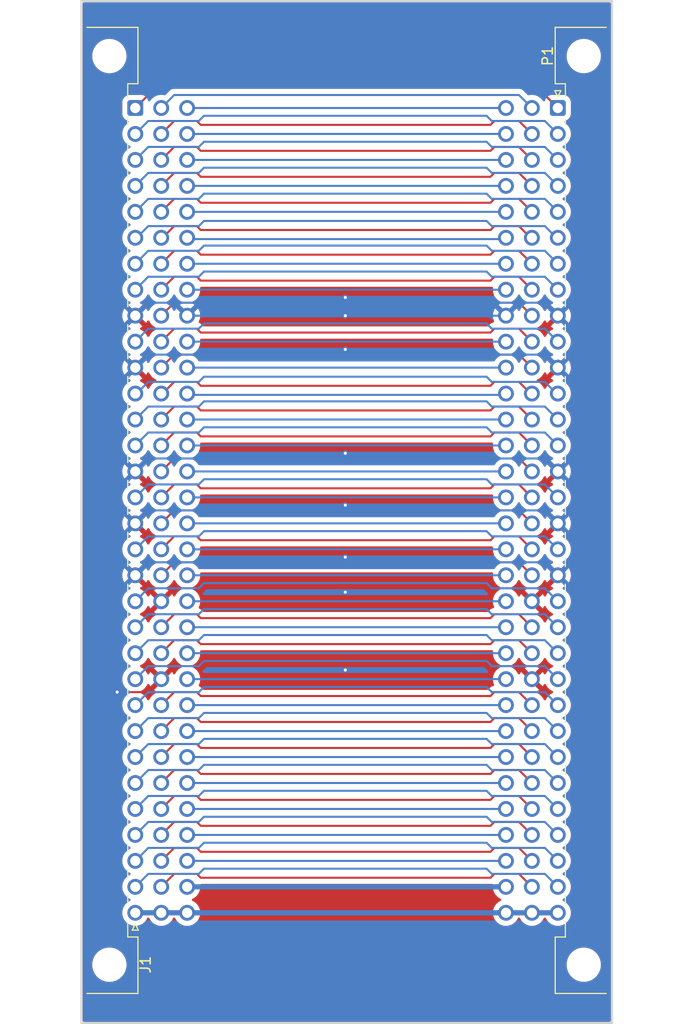
<source format=kicad_pcb>
(kicad_pcb (version 20240108) (generator "pcbnew") (generator_version "8.0")
  (layers (0 "F.Cu" signal) (31 "B.Cu" signal) (34 "B.Paste" user) (35 "F.Paste" user) (36 "B.SilkS" user "B.Silkscreen") (37 "F.SilkS" user "F.Silkscreen") (38 "B.Mask" user) (39 "F.Mask" user) (44 "Edge.Cuts" user))
  (net 0 "")
  (net 1 "GND")
  (net 2 "D5")
  (net 3 "AM0")
  (net 4 "~{AS}")
  (net 5 "~{BG0OUT}")
  (net 6 "~{DTACK}")
  (net 7 "A19")
  (net 8 "~{BR1}")
  (net 9 "SYSCLK")
  (net 10 "D3")
  (net 11 "~{IRQ7}")
  (net 12 "D6")
  (net 13 "A2")
  (net 14 "A20")
  (net 15 "D7")
  (net 16 "~{IACKIN}")
  (net 17 "A10")
  (net 18 "~{SYSFAIL}")
  (net 19 "+12V")
  (net 20 "D4")
  (net 21 "~{BR2}")
  (net 22 "~{ACFAIL}")
  (net 23 "~{DS0}")
  (net 24 "+5V")
  (net 25 "SERCLK")
  (net 26 "A17")
  (net 27 "A14")
  (net 28 "A3")
  (net 29 "A8")
  (net 30 "+5VStdby")
  (net 31 "A7")
  (net 32 "AM2")
  (net 33 "D11")
  (net 34 "~{IRQ2}")
  (net 35 "D10")
  (net 36 "~{BG2IN}")
  (net 37 "A18")
  (net 38 "~{SYSRESET}")
  (net 39 "A22")
  (net 40 "~{DS1}")
  (net 41 "~{BBSY}")
  (net 42 "A5")
  (net 43 "~{IACK}")
  (net 44 "~{IRQ6}")
  (net 45 "A1")
  (net 46 "A16")
  (net 47 "~{BG1OUT}")
  (net 48 "D8")
  (net 49 "SERDAT")
  (net 50 "~{LWORD}")
  (net 51 "D15")
  (net 52 "~{BG3IN}")
  (net 53 "~{BG1IN}")
  (net 54 "D9")
  (net 55 "~{BG2OUT}")
  (net 56 "~{IRQ4}")
  (net 57 "D1")
  (net 58 "D12")
  (net 59 "AM5")
  (net 60 "~{IRQ5}")
  (net 61 "AM1")
  (net 62 "~{BERR}")
  (net 63 "A11")
  (net 64 "A13")
  (net 65 "~{IRQ1}")
  (net 66 "~{IRQ3}")
  (net 67 "A21")
  (net 68 "A12")
  (net 69 "~{BG3OUT}")
  (net 70 "D13")
  (net 71 "~{WRITE}")
  (net 72 "A23")
  (net 73 "~{BG0IN}")
  (net 74 "-12V")
  (net 75 "D14")
  (net 76 "AM3")
  (net 77 "D2")
  (net 78 "~{BR0}")
  (net 79 "A15")
  (net 80 "~{IACKOUT}")
  (net 81 "AM4")
  (net 82 "~{BR3}")
  (net 83 "~{BCLR}")
  (net 84 "A4")
  (net 85 "D0")
  (net 86 "A9")
  (net 87 "A6")
  (footprint "Computie_Connectors:DIN41612_R_3x32_Reverse_Female_Horizontal_THT" (layer "F.Cu") (at 49.53 114.3 90)
    (property "Reference" "J1")
    (property "Value" "VME64-J1-3R")
  )
  (footprint "Connector_DIN:DIN41612_C_3x32_Male_Horizontal_THT" (layer "F.Cu") (at 90.926 35.56 -90)
    (property "Reference" "P1")
    (property "Value" "VME64-P1-3R")
  )
  (gr_rect (start 44.25 25.095) (end 96.25 125.095) (stroke (width 0.2)) (fill none) (layer "Edge.Cuts"))
  (segment (start 52.07 83.82) (end 53.34 82.55) (width 0.2) (layer "F.Cu") (net 1))
  (segment (start 55.94164 90.551) (end 70.104 90.551) (width 0.2) (layer "F.Cu") (net 1))
  (segment (start 84.709 82.55) (end 87.116 82.55) (width 0.2) (layer "F.Cu") (net 1))
  (segment (start 55.56064 90.17) (end 55.94164 90.551) (width 0.2) (layer "F.Cu") (net 1))
  (segment (start 53.34 82.55) (end 55.56064 82.55) (width 0.2) (layer "F.Cu") (net 1))
  (segment (start 84.328 82.931) (end 84.709 82.55) (width 0.2) (layer "F.Cu") (net 1))
  (segment (start 50.8 92.71) (end 47.752 92.71) (width 0.2) (layer "F.Cu") (net 1))
  (segment (start 84.328 90.551) (end 84.709 90.17) (width 0.2) (layer "F.Cu") (net 1))
  (segment (start 52.07 91.44) (end 53.34 90.17) (width 0.2) (layer "F.Cu") (net 1))
  (segment (start 53.34 90.17) (end 55.56064 90.17) (width 0.2) (layer "F.Cu") (net 1))
  (segment (start 87.116 90.17) (end 88.386 91.44) (width 0.2) (layer "F.Cu") (net 1))
  (segment (start 52.07 91.44) (end 50.8 92.71) (width 0.2) (layer "F.Cu") (net 1))
  (segment (start 55.94164 82.931) (end 70.104 82.931) (width 0.2) (layer "F.Cu") (net 1))
  (segment (start 70.104 82.931) (end 84.328 82.931) (width 0.2) (layer "F.Cu") (net 1))
  (segment (start 55.56064 82.55) (end 55.94164 82.931) (width 0.2) (layer "F.Cu") (net 1))
  (segment (start 70.104 90.551) (end 84.328 90.551) (width 0.2) (layer "F.Cu") (net 1))
  (segment (start 87.116 82.55) (end 88.386 83.82) (width 0.2) (layer "F.Cu") (net 1))
  (segment (start 84.709 90.17) (end 87.116 90.17) (width 0.2) (layer "F.Cu") (net 1))
  (via (at 47.752 92.71) (size 0.6) (drill 0.3) (layers "F.Cu" "B.Cu") (net 1))
  (via (at 70.104 90.551) (size 0.6) (drill 0.3) (layers "F.Cu" "B.Cu") (net 1))
  (via (at 70.104 54.102) (size 0.6) (drill 0.3) (layers "F.Cu" "B.Cu") (net 1))
  (via (at 70.104 69.342) (size 0.6) (drill 0.3) (layers "F.Cu" "B.Cu") (net 1))
  (via (at 70.104 82.931) (size 0.6) (drill 0.3) (layers "F.Cu" "B.Cu") (net 1))
  (via (at 70.104 55.88) (size 0.6) (drill 0.3) (layers "F.Cu" "B.Cu") (net 1))
  (via (at 70.104 79.502) (size 0.6) (drill 0.3) (layers "F.Cu" "B.Cu") (net 1))
  (via (at 70.104 74.422) (size 0.6) (drill 0.3) (layers "F.Cu" "B.Cu") (net 1))
  (via (at 70.104 59.182) (size 0.6) (drill 0.3) (layers "F.Cu" "B.Cu") (net 1))
  (segment (start 55.753 54.61) (end 56.261 54.102) (width 0.2) (layer "B.Cu") (net 1))
  (segment (start 50.8 74.93) (end 55.753 74.93) (width 0.2) (layer "B.Cu") (net 1))
  (segment (start 84.455 80.01) (end 89.656 80.01) (width 0.2) (layer "B.Cu") (net 1))
  (segment (start 84.455 59.69) (end 89.656 59.69) (width 0.2) (layer "B.Cu") (net 1))
  (segment (start 54.61 55.88) (end 70.104 55.88) (width 0.2) (layer "B.Cu") (net 1))
  (segment (start 89.656 59.69) (end 90.926 60.96) (width 0.2) (layer "B.Cu") (net 1))
  (segment (start 55.753 69.85) (end 56.261 69.342) (width 0.2) (layer "B.Cu") (net 1))
  (segment (start 70.104 54.102) (end 83.947 54.102) (width 0.2) (layer "B.Cu") (net 1))
  (segment (start 49.53 55.88) (end 50.8 54.61) (width 0.2) (layer "B.Cu") (net 1))
  (segment (start 83.947 69.342) (end 84.455 69.85) (width 0.2) (layer "B.Cu") (net 1))
  (segment (start 56.261 59.182) (end 70.104 59.182) (width 0.2) (layer "B.Cu") (net 1))
  (segment (start 70.104 74.422) (end 83.947 74.422) (width 0.2) (layer "B.Cu") (net 1))
  (segment (start 50.8 54.61) (end 55.753 54.61) (width 0.2) (layer "B.Cu") (net 1))
  (segment (start 49.53 60.96) (end 50.8 59.69) (width 0.2) (layer "B.Cu") (net 1))
  (segment (start 83.947 74.422) (end 84.455 74.93) (width 0.2) (layer "B.Cu") (net 1))
  (segment (start 84.455 69.85) (end 89.656 69.85) (width 0.2) (layer "B.Cu") (net 1))
  (segment (start 55.753 80.01) (end 56.261 79.502) (width 0.2) (layer "B.Cu") (net 1))
  (segment (start 50.8 80.01) (end 55.753 80.01) (width 0.2) (layer "B.Cu") (net 1))
  (segment (start 49.53 81.28) (end 50.8 80.01) (width 0.2) (layer "B.Cu") (net 1))
  (segment (start 70.104 79.502) (end 83.947 79.502) (width 0.2) (layer "B.Cu") (net 1))
  (segment (start 89.656 74.93) (end 90.926 76.2) (width 0.2) (layer "B.Cu") (net 1))
  (segment (start 83.947 54.102) (end 84.455 54.61) (width 0.2) (layer "B.Cu") (net 1))
  (segment (start 84.455 54.61) (end 89.656 54.61) (width 0.2) (layer "B.Cu") (net 1))
  (segment (start 70.104 59.182) (end 83.947 59.182) (width 0.2) (layer "B.Cu") (net 1))
  (segment (start 56.261 54.102) (end 70.104 54.102) (width 0.2) (layer "B.Cu") (net 1))
  (segment (start 69.977 69.342) (end 70.104 69.215) (width 0.2) (layer "B.Cu") (net 1))
  (segment (start 83.947 59.182) (end 84.455 59.69) (width 0.2) (layer "B.Cu") (net 1))
  (segment (start 89.656 80.01) (end 90.926 81.28) (width 0.2) (layer "B.Cu") (net 1))
  (segment (start 49.53 76.2) (end 50.8 74.93) (width 0.2) (layer "B.Cu") (net 1))
  (segment (start 89.656 54.61) (end 90.926 55.88) (width 0.2) (layer "B.Cu") (net 1))
  (segment (start 56.261 74.422) (end 70.104 74.422) (width 0.2) (layer "B.Cu") (net 1))
  (segment (start 56.261 69.342) (end 69.977 69.342) (width 0.2) (layer "B.Cu") (net 1))
  (segment (start 89.656 69.85) (end 90.926 71.12) (width 0.2) (layer "B.Cu") (net 1))
  (segment (start 55.753 74.93) (end 56.261 74.422) (width 0.2) (layer "B.Cu") (net 1))
  (segment (start 70.231 69.342) (end 83.947 69.342) (width 0.2) (layer "B.Cu") (net 1))
  (segment (start 55.753 59.69) (end 56.261 59.182) (width 0.2) (layer "B.Cu") (net 1))
  (segment (start 56.261 79.502) (end 70.104 79.502) (width 0.2) (layer "B.Cu") (net 1))
  (segment (start 50.8 59.69) (end 55.753 59.69) (width 0.2) (layer "B.Cu") (net 1))
  (segment (start 70.104 55.88) (end 85.846 55.88) (width 0.2) (layer "B.Cu") (net 1))
  (segment (start 49.53 71.12) (end 50.8 69.85) (width 0.2) (layer "B.Cu") (net 1))
  (segment (start 83.947 79.502) (end 84.455 80.01) (width 0.2) (layer "B.Cu") (net 1))
  (segment (start 84.455 74.93) (end 89.656 74.93) (width 0.2) (layer "B.Cu") (net 1))
  (segment (start 70.104 69.215) (end 70.231 69.342) (width 0.2) (layer "B.Cu") (net 1))
  (segment (start 50.8 69.85) (end 55.753 69.85) (width 0.2) (layer "B.Cu") (net 1))
  (segment (start 89.656 47.117) (end 90.926 48.387) (width 0.2) (layer "B.Cu") (net 2))
  (segment (start 50.8 47.117) (end 55.753 47.117) (width 0.2) (layer "B.Cu") (net 2))
  (segment (start 56.261 46.609) (end 83.947 46.609) (width 0.2) (layer "B.Cu") (net 2))
  (segment (start 83.947 46.609) (end 84.455 47.117) (width 0.2) (layer "B.Cu") (net 2))
  (segment (start 84.455 47.117) (end 89.656 47.117) (width 0.2) (layer "B.Cu") (net 2))
  (segment (start 49.53 48.387) (end 50.8 47.117) (width 0.2) (layer "B.Cu") (net 2))
  (segment (start 55.753 47.117) (end 56.261 46.609) (width 0.2) (layer "B.Cu") (net 2))
  (segment (start 84.328 72.771) (end 84.709 72.39) (width 0.2) (layer "F.Cu") (net 3))
  (segment (start 84.709 72.39) (end 87.116 72.39) (width 0.2) (layer "F.Cu") (net 3))
  (segment (start 55.94164 72.771) (end 84.328 72.771) (width 0.2) (layer "F.Cu") (net 3))
  (segment (start 55.56064 72.39) (end 55.94164 72.771) (width 0.2) (layer "F.Cu") (net 3))
  (segment (start 87.116 72.39) (end 88.386 73.66) (width 0.2) (layer "F.Cu") (net 3))
  (segment (start 52.07 73.66) (end 53.34 72.39) (width 0.2) (layer "F.Cu") (net 3))
  (segment (start 53.34 72.39) (end 55.56064 72.39) (width 0.2) (layer "F.Cu") (net 3))
  (segment (start 89.656 77.47) (end 90.926 78.74) (width 0.2) (layer "B.Cu") (net 4))
  (segment (start 49.53 78.74) (end 50.8 77.47) (width 0.2) (layer "B.Cu") (net 4))
  (segment (start 50.8 77.47) (end 55.753 77.47) (width 0.2) (layer "B.Cu") (net 4))
  (segment (start 84.455 77.47) (end 89.656 77.47) (width 0.2) (layer "B.Cu") (net 4))
  (segment (start 56.261 76.962) (end 83.947 76.962) (width 0.2) (layer "B.Cu") (net 4))
  (segment (start 55.753 77.47) (end 56.261 76.962) (width 0.2) (layer "B.Cu") (net 4))
  (segment (start 83.947 76.962) (end 84.455 77.47) (width 0.2) (layer "B.Cu") (net 4))
  (segment (start 84.709 44.45) (end 87.116 44.45) (width 0.2) (layer "F.Cu") (net 5))
  (segment (start 52.07 45.72) (end 53.34 44.45) (width 0.2) (layer "F.Cu") (net 5))
  (segment (start 55.56064 44.45) (end 55.94164 44.831) (width 0.2) (layer "F.Cu") (net 5))
  (segment (start 53.34 44.45) (end 55.56064 44.45) (width 0.2) (layer "F.Cu") (net 5))
  (segment (start 55.94164 44.831) (end 84.328 44.831) (width 0.2) (layer "F.Cu") (net 5))
  (segment (start 84.328 44.831) (end 84.709 44.45) (width 0.2) (layer "F.Cu") (net 5))
  (segment (start 87.116 44.45) (end 88.386 45.72) (width 0.2) (layer "F.Cu") (net 5))
  (segment (start 89.656 72.39) (end 90.926 73.66) (width 0.2) (layer "B.Cu") (net 6))
  (segment (start 83.947 71.882) (end 84.455 72.39) (width 0.2) (layer "B.Cu") (net 6))
  (segment (start 84.455 72.39) (end 89.656 72.39) (width 0.2) (layer "B.Cu") (net 6))
  (segment (start 55.753 72.39) (end 56.261 71.882) (width 0.2) (layer "B.Cu") (net 6))
  (segment (start 49.53 73.66) (end 50.8 72.39) (width 0.2) (layer "B.Cu") (net 6))
  (segment (start 50.8 72.39) (end 55.753 72.39) (width 0.2) (layer "B.Cu") (net 6))
  (segment (start 56.261 71.882) (end 83.947 71.882) (width 0.2) (layer "B.Cu") (net 6))
  (segment (start 54.61 81.28) (end 85.846 81.28) (width 0.2) (layer "B.Cu") (net 7))
  (segment (start 55.56064 64.77) (end 55.94164 65.151) (width 0.2) (layer "F.Cu") (net 8))
  (segment (start 84.328 65.151) (end 84.709 64.77) (width 0.2) (layer "F.Cu") (net 8))
  (segment (start 84.709 64.77) (end 87.116 64.77) (width 0.2) (layer "F.Cu") (net 8))
  (segment (start 55.94164 65.151) (end 84.328 65.151) (width 0.2) (layer "F.Cu") (net 8))
  (segment (start 52.07 66.04) (end 53.34 64.77) (width 0.2) (layer "F.Cu") (net 8))
  (segment (start 87.116 64.77) (end 88.386 66.04) (width 0.2) (layer "F.Cu") (net 8))
  (segment (start 53.34 64.77) (end 55.56064 64.77) (width 0.2) (layer "F.Cu") (net 8))
  (segment (start 83.947 56.642) (end 84.455 57.15) (width 0.2) (layer "B.Cu") (net 9))
  (segment (start 89.656 57.15) (end 90.926 58.42) (width 0.2) (layer "B.Cu") (net 9))
  (segment (start 56.261 56.642) (end 83.947 56.642) (width 0.2) (layer "B.Cu") (net 9))
  (segment (start 84.455 57.15) (end 89.656 57.15) (width 0.2) (layer "B.Cu") (net 9))
  (segment (start 50.8 57.15) (end 55.753 57.15) (width 0.2) (layer "B.Cu") (net 9))
  (segment (start 49.53 58.42) (end 50.8 57.15) (width 0.2) (layer "B.Cu") (net 9))
  (segment (start 55.753 57.15) (end 56.261 56.642) (width 0.2) (layer "B.Cu") (net 9))
  (segment (start 56.261 41.402) (end 83.947 41.402) (width 0.2) (layer "B.Cu") (net 10))
  (segment (start 83.947 41.402) (end 84.455 41.91) (width 0.2) (layer "B.Cu") (net 10))
  (segment (start 89.656 41.91) (end 90.926 43.18) (width 0.2) (layer "B.Cu") (net 10))
  (segment (start 55.753 41.91) (end 56.261 41.402) (width 0.2) (layer "B.Cu") (net 10))
  (segment (start 84.455 41.91) (end 89.656 41.91) (width 0.2) (layer "B.Cu") (net 10))
  (segment (start 50.8 41.91) (end 55.753 41.91) (width 0.2) (layer "B.Cu") (net 10))
  (segment (start 49.53 43.18) (end 50.8 41.91) (width 0.2) (layer "B.Cu") (net 10))
  (segment (start 87.116 92.71) (end 88.386 93.98) (width 0.2) (layer "F.Cu") (net 11))
  (segment (start 52.07 93.98) (end 53.34 92.71) (width 0.2) (layer "F.Cu") (net 11))
  (segment (start 55.94164 93.091) (end 84.328 93.091) (width 0.2) (layer "F.Cu") (net 11))
  (segment (start 84.328 93.091) (end 84.709 92.71) (width 0.2) (layer "F.Cu") (net 11))
  (segment (start 53.34 92.71) (end 55.56064 92.71) (width 0.2) (layer "F.Cu") (net 11))
  (segment (start 84.709 92.71) (end 87.116 92.71) (width 0.2) (layer "F.Cu") (net 11))
  (segment (start 55.56064 92.71) (end 55.94164 93.091) (width 0.2) (layer "F.Cu") (net 11))
  (segment (start 83.947 49.022) (end 84.455 49.53) (width 0.2) (layer "B.Cu") (net 12))
  (segment (start 55.753 49.53) (end 56.261 49.022) (width 0.2) (layer "B.Cu") (net 12))
  (segment (start 49.53 50.8) (end 50.8 49.53) (width 0.2) (layer "B.Cu") (net 12))
  (segment (start 50.8 49.53) (end 55.753 49.53) (width 0.2) (layer "B.Cu") (net 12))
  (segment (start 84.455 49.53) (end 89.656 49.53) (width 0.2) (layer "B.Cu") (net 12))
  (segment (start 56.261 49.022) (end 83.947 49.022) (width 0.2) (layer "B.Cu") (net 12))
  (segment (start 89.656 49.53) (end 90.926 50.8) (width 0.2) (layer "B.Cu") (net 12))
  (segment (start 49.53 106.68) (end 50.8 105.41) (width 0.2) (layer "B.Cu") (net 13))
  (segment (start 55.753 105.41) (end 56.261 104.902) (width 0.2) (layer "B.Cu") (net 13))
  (segment (start 84.455 105.41) (end 89.656 105.41) (width 0.2) (layer "B.Cu") (net 13))
  (segment (start 89.656 105.41) (end 90.926 106.68) (width 0.2) (layer "B.Cu") (net 13))
  (segment (start 83.947 104.902) (end 84.455 105.41) (width 0.2) (layer "B.Cu") (net 13))
  (segment (start 56.261 104.902) (end 83.947 104.902) (width 0.2) (layer "B.Cu") (net 13))
  (segment (start 50.8 105.41) (end 55.753 105.41) (width 0.2) (layer "B.Cu") (net 13))
  (segment (start 54.61 78.74) (end 85.846 78.74) (width 0.2) (layer "B.Cu") (net 14))
  (segment (start 83.947 51.562) (end 84.455 52.07) (width 0.2) (layer "B.Cu") (net 15))
  (segment (start 56.261 51.562) (end 83.947 51.562) (width 0.2) (layer "B.Cu") (net 15))
  (segment (start 50.8 52.07) (end 55.753 52.07) (width 0.2) (layer "B.Cu") (net 15))
  (segment (start 84.455 52.07) (end 89.656 52.07) (width 0.2) (layer "B.Cu") (net 15))
  (segment (start 89.656 52.07) (end 90.926 53.34) (width 0.2) (layer "B.Cu") (net 15))
  (segment (start 55.753 52.07) (end 56.261 51.562) (width 0.2) (layer "B.Cu") (net 15))
  (segment (start 49.53 53.34) (end 50.8 52.07) (width 0.2) (layer "B.Cu") (net 15))
  (segment (start 55.753 85.09) (end 56.261 84.582) (width 0.2) (layer "B.Cu") (net 16))
  (segment (start 56.261 84.582) (end 83.947 84.582) (width 0.2) (layer "B.Cu") (net 16))
  (segment (start 50.8 85.09) (end 55.753 85.09) (width 0.2) (layer "B.Cu") (net 16))
  (segment (start 84.455 85.09) (end 89.656 85.09) (width 0.2) (layer "B.Cu") (net 16))
  (segment (start 83.947 84.582) (end 84.455 85.09) (width 0.2) (layer "B.Cu") (net 16))
  (segment (start 49.53 86.36) (end 50.8 85.09) (width 0.2) (layer "B.Cu") (net 16))
  (segment (start 89.656 85.09) (end 90.926 86.36) (width 0.2) (layer "B.Cu") (net 16))
  (segment (start 54.61 104.14) (end 85.846 104.14) (width 0.2) (layer "B.Cu") (net 17))
  (segment (start 54.61 58.42) (end 85.846 58.42) (width 0.2) (layer "B.Cu") (net 18))
  (segment (start 54.61 111.76) (end 85.846 111.76) (width 0.512) (layer "B.Cu") (net 19))
  (segment (start 55.753 44.45) (end 56.261 43.942) (width 0.2) (layer "B.Cu") (net 20))
  (segment (start 49.53 45.72) (end 50.8 44.45) (width 0.2) (layer "B.Cu") (net 20))
  (segment (start 50.8 44.45) (end 55.753 44.45) (width 0.2) (layer "B.Cu") (net 20))
  (segment (start 83.947 43.942) (end 84.455 44.45) (width 0.2) (layer "B.Cu") (net 20))
  (segment (start 84.455 44.45) (end 89.656 44.45) (width 0.2) (layer "B.Cu") (net 20))
  (segment (start 56.261 43.942) (end 83.947 43.942) (width 0.2) (layer "B.Cu") (net 20))
  (segment (start 89.656 44.45) (end 90.926 45.72) (width 0.2) (layer "B.Cu") (net 20))
  (segment (start 84.709 67.31) (end 87.116 67.31) (width 0.2) (layer "F.Cu") (net 21))
  (segment (start 55.56064 67.31) (end 55.94164 67.691) (width 0.2) (layer "F.Cu") (net 21))
  (segment (start 84.328 67.691) (end 84.709 67.31) (width 0.2) (layer "F.Cu") (net 21))
  (segment (start 52.07 68.58) (end 53.34 67.31) (width 0.2) (layer "F.Cu") (net 21))
  (segment (start 55.94164 67.691) (end 84.328 67.691) (width 0.2) (layer "F.Cu") (net 21))
  (segment (start 87.116 67.31) (end 88.386 68.58) (width 0.2) (layer "F.Cu") (net 21))
  (segment (start 53.34 67.31) (end 55.56064 67.31) (width 0.2) (layer "F.Cu") (net 21))
  (segment (start 53.34 39.37) (end 55.56064 39.37) (width 0.2) (layer "F.Cu") (net 22))
  (segment (start 84.328 39.751) (end 84.709 39.37) (width 0.2) (layer "F.Cu") (net 22))
  (segment (start 55.56064 39.37) (end 55.94164 39.751) (width 0.2) (layer "F.Cu") (net 22))
  (segment (start 55.94164 39.751) (end 84.328 39.751) (width 0.2) (layer "F.Cu") (net 22))
  (segment (start 52.07 40.64) (end 53.34 39.37) (width 0.2) (layer "F.Cu") (net 22))
  (segment (start 84.709 39.37) (end 87.116 39.37) (width 0.2) (layer "F.Cu") (net 22))
  (segment (start 87.116 39.37) (end 88.386 40.64) (width 0.2) (layer "F.Cu") (net 22))
  (segment (start 84.455 64.77) (end 89.656 64.77) (width 0.2) (layer "B.Cu") (net 23))
  (segment (start 56.261 64.262) (end 83.947 64.262) (width 0.2) (layer "B.Cu") (net 23))
  (segment (start 89.656 64.77) (end 90.926 66.04) (width 0.2) (layer "B.Cu") (net 23))
  (segment (start 83.947 64.262) (end 84.455 64.77) (width 0.2) (layer "B.Cu") (net 23))
  (segment (start 50.8 64.77) (end 55.753 64.77) (width 0.2) (layer "B.Cu") (net 23))
  (segment (start 55.753 64.77) (end 56.261 64.262) (width 0.2) (layer "B.Cu") (net 23))
  (segment (start 49.53 66.04) (end 50.8 64.77) (width 0.2) (layer "B.Cu") (net 23))
  (segment (start 52.07 114.3) (end 54.61 114.3) (width 0.512) (layer "B.Cu") (net 24))
  (segment (start 85.846 114.3) (end 88.386 114.3) (width 0.512) (layer "B.Cu") (net 24))
  (segment (start 88.386 114.3) (end 90.926 114.3) (width 0.512) (layer "B.Cu") (net 24))
  (segment (start 54.61 114.3) (end 85.846 114.3) (width 0.512) (layer "B.Cu") (net 24))
  (segment (start 49.53 114.3) (end 52.07 114.3) (width 0.512) (layer "B.Cu") (net 24))
  (segment (start 53.34 85.09) (end 55.56064 85.09) (width 0.2) (layer "F.Cu") (net 25))
  (segment (start 87.116 85.09) (end 88.386 86.36) (width 0.2) (layer "F.Cu") (net 25))
  (segment (start 55.56064 85.09) (end 55.94164 85.471) (width 0.2) (layer "F.Cu") (net 25))
  (segment (start 52.07 86.36) (end 53.34 85.09) (width 0.2) (layer "F.Cu") (net 25))
  (segment (start 55.94164 85.471) (end 84.328 85.471) (width 0.2) (layer "F.Cu") (net 25))
  (segment (start 84.709 85.09) (end 87.116 85.09) (width 0.2) (layer "F.Cu") (net 25))
  (segment (start 84.328 85.471) (end 84.709 85.09) (width 0.2) (layer "F.Cu") (net 25))
  (segment (start 54.61 86.36) (end 85.846 86.36) (width 0.2) (layer "B.Cu") (net 26))
  (segment (start 54.61 93.98) (end 85.846 93.98) (width 0.2) (layer "B.Cu") (net 27))
  (segment (start 84.455 102.87) (end 89.656 102.87) (width 0.2) (layer "B.Cu") (net 28))
  (segment (start 83.947 102.362) (end 84.455 102.87) (width 0.2) (layer "B.Cu") (net 28))
  (segment (start 56.261 102.362) (end 83.947 102.362) (width 0.2) (layer "B.Cu") (net 28))
  (segment (start 49.53 104.14) (end 50.8 102.87) (width 0.2) (layer "B.Cu") (net 28))
  (segment (start 55.753 102.87) (end 56.261 102.362) (width 0.2) (layer "B.Cu") (net 28))
  (segment (start 89.656 102.87) (end 90.926 104.14) (width 0.2) (layer "B.Cu") (net 28))
  (segment (start 50.8 102.87) (end 55.753 102.87) (width 0.2) (layer "B.Cu") (net 28))
  (segment (start 54.61 109.22) (end 85.846 109.22) (width 0.2) (layer "B.Cu") (net 29))
  (segment (start 55.94164 110.871) (end 84.328 110.871) (width 0.2) (layer "F.Cu") (net 30))
  (segment (start 84.709 110.49) (end 87.116 110.49) (width 0.2) (layer "F.Cu") (net 30))
  (segment (start 55.56064 110.49) (end 55.94164 110.871) (width 0.2) (layer "F.Cu") (net 30))
  (segment (start 87.116 110.49) (end 88.386 111.76) (width 0.2) (layer "F.Cu") (net 30))
  (segment (start 53.34 110.49) (end 55.56064 110.49) (width 0.2) (layer "F.Cu") (net 30))
  (segment (start 52.07 111.76) (end 53.34 110.49) (width 0.2) (layer "F.Cu") (net 30))
  (segment (start 84.328 110.871) (end 84.709 110.49) (width 0.2) (layer "F.Cu") (net 30))
  (segment (start 49.53 93.98) (end 50.8 92.71) (width 0.2) (layer "B.Cu") (net 31))
  (segment (start 84.455 92.71) (end 89.656 92.71) (width 0.2) (layer "B.Cu") (net 31))
  (segment (start 56.261 92.202) (end 83.947 92.202) (width 0.2) (layer "B.Cu") (net 31))
  (segment (start 83.947 92.202) (end 84.455 92.71) (width 0.2) (layer "B.Cu") (net 31))
  (segment (start 50.8 92.71) (end 55.753 92.71) (width 0.2) (layer "B.Cu") (net 31))
  (segment (start 89.656 92.71) (end 90.926 93.98) (width 0.2) (layer "B.Cu") (net 31))
  (segment (start 55.753 92.71) (end 56.261 92.202) (width 0.2) (layer "B.Cu") (net 31))
  (segment (start 52.07 78.74) (end 53.34 77.47) (width 0.2) (layer "F.Cu") (net 32))
  (segment (start 84.328 77.851) (end 84.709 77.47) (width 0.2) (layer "F.Cu") (net 32))
  (segment (start 87.116 77.47) (end 88.386 78.74) (width 0.2) (layer "F.Cu") (net 32))
  (segment (start 84.709 77.47) (end 87.116 77.47) (width 0.2) (layer "F.Cu") (net 32))
  (segment (start 55.56064 77.47) (end 55.94164 77.851) (width 0.2) (layer "F.Cu") (net 32))
  (segment (start 53.34 77.47) (end 55.56064 77.47) (width 0.2) (layer "F.Cu") (net 32))
  (segment (start 55.94164 77.851) (end 84.328 77.851) (width 0.2) (layer "F.Cu") (net 32))
  (segment (start 54.61 43.18) (end 85.846 43.18) (width 0.2) (layer "B.Cu") (net 33))
  (segment (start 53.34 105.41) (end 55.56064 105.41) (width 0.2) (layer "F.Cu") (net 34))
  (segment (start 55.94164 105.791) (end 84.328 105.791) (width 0.2) (layer "F.Cu") (net 34))
  (segment (start 84.709 105.41) (end 87.116 105.41) (width 0.2) (layer "F.Cu") (net 34))
  (segment (start 84.328 105.791) (end 84.709 105.41) (width 0.2) (layer "F.Cu") (net 34))
  (segment (start 87.116 105.41) (end 88.386 106.68) (width 0.2) (layer "F.Cu") (net 34))
  (segment (start 55.56064 105.41) (end 55.94164 105.791) (width 0.2) (layer "F.Cu") (net 34))
  (segment (start 52.07 106.68) (end 53.34 105.41) (width 0.2) (layer "F.Cu") (net 34))
  (segment (start 54.61 40.64) (end 85.846 40.64) (width 0.2) (layer "B.Cu") (net 35))
  (segment (start 87.116 52.07) (end 88.386 53.34) (width 0.2) (layer "F.Cu") (net 36))
  (segment (start 52.07 53.34) (end 53.34 52.07) (width 0.2) (layer "F.Cu") (net 36))
  (segment (start 84.709 52.07) (end 87.116 52.07) (width 0.2) (layer "F.Cu") (net 36))
  (segment (start 84.328 52.451) (end 84.709 52.07) (width 0.2) (layer "F.Cu") (net 36))
  (segment (start 55.56064 52.07) (end 55.94164 52.451) (width 0.2) (layer "F.Cu") (net 36))
  (segment (start 53.34 52.07) (end 55.56064 52.07) (width 0.2) (layer "F.Cu") (net 36))
  (segment (start 55.94164 52.451) (end 84.328 52.451) (width 0.2) (layer "F.Cu") (net 36))
  (segment (start 54.61 83.82) (end 85.846 83.82) (width 0.2) (layer "B.Cu") (net 37))
  (segment (start 54.61 63.627) (end 85.846 63.627) (width 0.2) (layer "B.Cu") (net 38))
  (segment (start 54.61 73.66) (end 85.846 73.66) (width 0.2) (layer "B.Cu") (net 39))
  (segment (start 84.455 62.357) (end 89.656 62.357) (width 0.2) (layer "B.Cu") (net 40))
  (segment (start 55.753 62.357) (end 56.261 61.849) (width 0.2) (layer "B.Cu") (net 40))
  (segment (start 83.947 61.849) (end 84.455 62.357) (width 0.2) (layer "B.Cu") (net 40))
  (segment (start 56.261 61.849) (end 83.947 61.849) (width 0.2) (layer "B.Cu") (net 40))
  (segment (start 50.8 62.357) (end 55.753 62.357) (width 0.2) (layer "B.Cu") (net 40))
  (segment (start 89.656 62.357) (end 90.926 63.627) (width 0.2) (layer "B.Cu") (net 40))
  (segment (start 49.53 63.627) (end 50.8 62.357) (width 0.2) (layer "B.Cu") (net 40))
  (segment (start 52.07 35.56) (end 53.34 34.29) (width 0.2) (layer "B.Cu") (net 41))
  (segment (start 87.116 34.29) (end 88.386 35.56) (width 0.2) (layer "B.Cu") (net 41))
  (segment (start 53.34 34.29) (end 87.116 34.29) (width 0.2) (layer "B.Cu") (net 41))
  (segment (start 55.753 97.79) (end 56.261 97.282) (width 0.2) (layer "B.Cu") (net 42))
  (segment (start 83.947 97.282) (end 84.455 97.79) (width 0.2) (layer "B.Cu") (net 42))
  (segment (start 89.656 97.79) (end 90.926 99.06) (width 0.2) (layer "B.Cu") (net 42))
  (segment (start 56.261 97.282) (end 83.947 97.282) (width 0.2) (layer "B.Cu") (net 42))
  (segment (start 84.455 97.79) (end 89.656 97.79) (width 0.2) (layer "B.Cu") (net 42))
  (segment (start 49.53 99.06) (end 50.8 97.79) (width 0.2) (layer "B.Cu") (net 42))
  (segment (start 50.8 97.79) (end 55.753 97.79) (width 0.2) (layer "B.Cu") (net 42))
  (segment (start 83.947 82.042) (end 84.455 82.55) (width 0.2) (layer "B.Cu") (net 43))
  (segment (start 50.8 82.55) (end 55.753 82.55) (width 0.2) (layer "B.Cu") (net 43))
  (segment (start 84.455 82.55) (end 89.656 82.55) (width 0.2) (layer "B.Cu") (net 43))
  (segment (start 89.656 82.55) (end 90.926 83.82) (width 0.2) (layer "B.Cu") (net 43))
  (segment (start 55.753 82.55) (end 56.261 82.042) (width 0.2) (layer "B.Cu") (net 43))
  (segment (start 49.53 83.82) (end 50.8 82.55) (width 0.2) (layer "B.Cu") (net 43))
  (segment (start 56.261 82.042) (end 83.947 82.042) (width 0.2) (layer "B.Cu") (net 43))
  (segment (start 87.116 95.25) (end 88.386 96.52) (width 0.2) (layer "F.Cu") (net 44))
  (segment (start 84.328 95.631) (end 84.709 95.25) (width 0.2) (layer "F.Cu") (net 44))
  (segment (start 52.07 96.52) (end 53.34 95.25) (width 0.2) (layer "F.Cu") (net 44))
  (segment (start 55.56064 95.25) (end 55.94164 95.631) (width 0.2) (layer "F.Cu") (net 44))
  (segment (start 84.709 95.25) (end 87.116 95.25) (width 0.2) (layer "F.Cu") (net 44))
  (segment (start 53.34 95.25) (end 55.56064 95.25) (width 0.2) (layer "F.Cu") (net 44))
  (segment (start 55.94164 95.631) (end 84.328 95.631) (width 0.2) (layer "F.Cu") (net 44))
  (segment (start 83.947 107.442) (end 84.455 107.95) (width 0.2) (layer "B.Cu") (net 45))
  (segment (start 50.8 107.95) (end 55.753 107.95) (width 0.2) (layer "B.Cu") (net 45))
  (segment (start 89.656 107.95) (end 90.926 109.22) (width 0.2) (layer "B.Cu") (net 45))
  (segment (start 55.753 107.95) (end 56.261 107.442) (width 0.2) (layer "B.Cu") (net 45))
  (segment (start 49.53 109.22) (end 50.8 107.95) (width 0.2) (layer "B.Cu") (net 45))
  (segment (start 84.455 107.95) (end 89.656 107.95) (width 0.2) (layer "B.Cu") (net 45))
  (segment (start 56.261 107.442) (end 83.947 107.442) (width 0.2) (layer "B.Cu") (net 45))
  (segment (start 54.61 88.9) (end 85.846 88.9) (width 0.2) (layer "B.Cu") (net 46))
  (segment (start 87.116 49.53) (end 88.386 50.8) (width 0.2) (layer "F.Cu") (net 47))
  (segment (start 84.709 49.53) (end 87.116 49.53) (width 0.2) (layer "F.Cu") (net 47))
  (segment (start 55.94164 49.911) (end 84.328 49.911) (width 0.2) (layer "F.Cu") (net 47))
  (segment (start 84.328 49.911) (end 84.709 49.53) (width 0.2) (layer "F.Cu") (net 47))
  (segment (start 55.56064 49.53) (end 55.94164 49.911) (width 0.2) (layer "F.Cu") (net 47))
  (segment (start 53.34 49.53) (end 55.56064 49.53) (width 0.2) (layer "F.Cu") (net 47))
  (segment (start 52.07 50.8) (end 53.34 49.53) (width 0.2) (layer "F.Cu") (net 47))
  (segment (start 54.61 35.56) (end 85.846 35.56) (width 0.2) (layer "B.Cu") (net 48))
  (segment (start 55.56064 87.63) (end 55.94164 88.011) (width 0.2) (layer "F.Cu") (net 49))
  (segment (start 84.328 88.011) (end 84.709 87.63) (width 0.2) (layer "F.Cu") (net 49))
  (segment (start 53.34 87.63) (end 55.56064 87.63) (width 0.2) (layer "F.Cu") (net 49))
  (segment (start 55.94164 88.011) (end 84.328 88.011) (width 0.2) (layer "F.Cu") (net 49))
  (segment (start 84.709 87.63) (end 87.116 87.63) (width 0.2) (layer "F.Cu") (net 49))
  (segment (start 52.07 88.9) (end 53.34 87.63) (width 0.2) (layer "F.Cu") (net 49))
  (segment (start 87.116 87.63) (end 88.386 88.9) (width 0.2) (layer "F.Cu") (net 49))
  (segment (start 54.61 66.04) (end 85.846 66.04) (width 0.2) (layer "B.Cu") (net 50))
  (segment (start 54.61 53.34) (end 85.846 53.34) (width 0.2) (layer "B.Cu") (net 51))
  (segment (start 55.94164 57.531) (end 84.328 57.531) (width 0.2) (layer "F.Cu") (net 52))
  (segment (start 55.56064 57.15) (end 55.94164 57.531) (width 0.2) (layer "F.Cu") (net 52))
  (segment (start 52.07 58.42) (end 53.34 57.15) (width 0.2) (layer "F.Cu") (net 52))
  (segment (start 84.328 57.531) (end 84.709 57.15) (width 0.2) (layer "F.Cu") (net 52))
  (segment (start 84.709 57.15) (end 87.116 57.15) (width 0.2) (layer "F.Cu") (net 52))
  (segment (start 87.116 57.15) (end 88.386 58.42) (width 0.2) (layer "F.Cu") (net 52))
  (segment (start 53.34 57.15) (end 55.56064 57.15) (width 0.2) (layer "F.Cu") (net 52))
  (segment (start 53.34 47.117) (end 55.56064 47.117) (width 0.2) (layer "F.Cu") (net 53))
  (segment (start 55.94164 47.498) (end 84.328 47.498) (width 0.2) (layer "F.Cu") (net 53))
  (segment (start 52.07 48.387) (end 53.34 47.117) (width 0.2) (layer "F.Cu") (net 53))
  (segment (start 84.328 47.498) (end 84.709 47.117) (width 0.2) (layer "F.Cu") (net 53))
  (segment (start 87.116 47.117) (end 88.386 48.387) (width 0.2) (layer "F.Cu") (net 53))
  (segment (start 55.56064 47.117) (end 55.94164 47.498) (width 0.2) (layer "F.Cu") (net 53))
  (segment (start 84.709 47.117) (end 87.116 47.117) (width 0.2) (layer "F.Cu") (net 53))
  (segment (start 54.61 38.1) (end 85.846 38.1) (width 0.2) (layer "B.Cu") (net 54))
  (segment (start 53.34 54.61) (end 55.56064 54.61) (width 0.2) (layer "F.Cu") (net 55))
  (segment (start 87.116 54.61) (end 88.386 55.88) (width 0.2) (layer "F.Cu") (net 55))
  (segment (start 84.328 54.991) (end 84.709 54.61) (width 0.2) (layer "F.Cu") (net 55))
  (segment (start 55.56064 54.61) (end 55.94164 54.991) (width 0.2) (layer "F.Cu") (net 55))
  (segment (start 52.07 55.88) (end 53.34 54.61) (width 0.2) (layer "F.Cu") (net 55))
  (segment (start 55.94164 54.991) (end 84.328 54.991) (width 0.2) (layer "F.Cu") (net 55))
  (segment (start 84.709 54.61) (end 87.116 54.61) (width 0.2) (layer "F.Cu") (net 55))
  (segment (start 52.07 101.6) (end 53.34 100.33) (width 0.2) (layer "F.Cu") (net 56))
  (segment (start 55.94164 100.711) (end 84.328 100.711) (width 0.2) (layer "F.Cu") (net 56))
  (segment (start 84.328 100.711) (end 84.709 100.33) (width 0.2) (layer "F.Cu") (net 56))
  (segment (start 55.56064 100.33) (end 55.94164 100.711) (width 0.2) (layer "F.Cu") (net 56))
  (segment (start 53.34 100.33) (end 55.56064 100.33) (width 0.2) (layer "F.Cu") (net 56))
  (segment (start 84.709 100.33) (end 87.116 100.33) (width 0.2) (layer "F.Cu") (net 56))
  (segment (start 87.116 100.33) (end 88.386 101.6) (width 0.2) (layer "F.Cu") (net 56))
  (segment (start 89.656 36.83) (end 90.926 38.1) (width 0.2) (layer "B.Cu") (net 57))
  (segment (start 84.455 36.83) (end 89.656 36.83) (width 0.2) (layer "B.Cu") (net 57))
  (segment (start 50.8 36.83) (end 55.753 36.83) (width 0.2) (layer "B.Cu") (net 57))
  (segment (start 83.947 36.322) (end 84.455 36.83) (width 0.2) (layer "B.Cu") (net 57))
  (segment (start 55.753 36.83) (end 56.261 36.322) (width 0.2) (layer "B.Cu") (net 57))
  (segment (start 56.261 36.322) (end 83.947 36.322) (width 0.2) (layer "B.Cu") (net 57))
  (segment (start 49.53 38.1) (end 50.8 36.83) (width 0.2) (layer "B.Cu") (net 57))
  (segment (start 54.61 45.72) (end 85.846 45.72) (width 0.2) (layer "B.Cu") (net 58))
  (segment (start 54.61 68.58) (end 85.846 68.58) (width 0.2) (layer "B.Cu") (net 59))
  (segment (start 55.94164 98.171) (end 84.328 98.171) (width 0.2) (layer "F.Cu") (net 60))
  (segment (start 87.116 97.79) (end 88.386 99.06) (width 0.2) (layer "F.Cu") (net 60))
  (segment (start 84.328 98.171) (end 84.709 97.79) (width 0.2) (layer "F.Cu") (net 60))
  (segment (start 84.709 97.79) (end 87.116 97.79) (width 0.2) (layer "F.Cu") (net 60))
  (segment (start 52.07 99.06) (end 53.34 97.79) (width 0.2) (layer "F.Cu") (net 60))
  (segment (start 55.56064 97.79) (end 55.94164 98.171) (width 0.2) (layer "F.Cu") (net 60))
  (segment (start 53.34 97.79) (end 55.56064 97.79) (width 0.2) (layer "F.Cu") (net 60))
  (segment (start 87.116 74.93) (end 88.386 76.2) (width 0.2) (layer "F.Cu") (net 61))
  (segment (start 55.94164 75.311) (end 84.328 75.311) (width 0.2) (layer "F.Cu") (net 61))
  (segment (start 84.328 75.311) (end 84.709 74.93) (width 0.2) (layer "F.Cu") (net 61))
  (segment (start 52.07 76.2) (end 53.34 74.93) (width 0.2) (layer "F.Cu") (net 61))
  (segment (start 84.709 74.93) (end 87.116 74.93) (width 0.2) (layer "F.Cu") (net 61))
  (segment (start 53.34 74.93) (end 55.56064 74.93) (width 0.2) (layer "F.Cu") (net 61))
  (segment (start 55.56064 74.93) (end 55.94164 75.311) (width 0.2) (layer "F.Cu") (net 61))
  (segment (start 54.61 60.96) (end 85.846 60.96) (width 0.2) (layer "B.Cu") (net 62))
  (segment (start 54.61 101.6) (end 85.846 101.6) (width 0.2) (layer "B.Cu") (net 63))
  (segment (start 54.61 96.52) (end 85.846 96.52) (width 0.2) (layer "B.Cu") (net 64))
  (segment (start 55.94164 108.331) (end 84.328 108.331) (width 0.2) (layer "F.Cu") (net 65))
  (segment (start 84.328 108.331) (end 84.709 107.95) (width 0.2) (layer "F.Cu") (net 65))
  (segment (start 52.07 109.22) (end 53.34 107.95) (width 0.2) (layer "F.Cu") (net 65))
  (segment (start 53.34 107.95) (end 55.56064 107.95) (width 0.2) (layer "F.Cu") (net 65))
  (segment (start 55.56064 107.95) (end 55.94164 108.331) (width 0.2) (layer "F.Cu") (net 65))
  (segment (start 87.116 107.95) (end 88.386 109.22) (width 0.2) (layer "F.Cu") (net 65))
  (segment (start 84.709 107.95) (end 87.116 107.95) (width 0.2) (layer "F.Cu") (net 65))
  (segment (start 84.709 102.87) (end 87.116 102.87) (width 0.2) (layer "F.Cu") (net 66))
  (segment (start 53.34 102.87) (end 55.56064 102.87) (width 0.2) (layer "F.Cu") (net 66))
  (segment (start 84.328 103.251) (end 84.709 102.87) (width 0.2) (layer "F.Cu") (net 66))
  (segment (start 87.116 102.87) (end 88.386 104.14) (width 0.2) (layer "F.Cu") (net 66))
  (segment (start 52.07 104.14) (end 53.34 102.87) (width 0.2) (layer "F.Cu") (net 66))
  (segment (start 55.94164 103.251) (end 84.328 103.251) (width 0.2) (layer "F.Cu") (net 66))
  (segment (start 55.56064 102.87) (end 55.94164 103.251) (width 0.2) (layer "F.Cu") (net 66))
  (segment (start 54.61 76.2) (end 85.846 76.2) (width 0.2) (layer "B.Cu") (net 67))
  (segment (start 54.61 99.06) (end 85.846 99.06) (width 0.2) (layer "B.Cu") (net 68))
  (segment (start 55.56064 59.69) (end 55.94164 60.071) (width 0.2) (layer "F.Cu") (net 69))
  (segment (start 53.34 59.69) (end 55.56064 59.69) (width 0.2) (layer "F.Cu") (net 69))
  (segment (start 84.709 59.69) (end 87.116 59.69) (width 0.2) (layer "F.Cu") (net 69))
  (segment (start 52.07 60.96) (end 53.34 59.69) (width 0.2) (layer "F.Cu") (net 69))
  (segment (start 87.116 59.69) (end 88.386 60.96) (width 0.2) (layer "F.Cu") (net 69))
  (segment (start 55.94164 60.071) (end 84.328 60.071) (width 0.2) (layer "F.Cu") (net 69))
  (segment (start 84.328 60.071) (end 84.709 59.69) (width 0.2) (layer "F.Cu") (net 69))
  (segment (start 54.61 48.387) (end 85.846 48.387) (width 0.2) (layer "B.Cu") (net 70))
  (segment (start 83.947 66.802) (end 84.455 67.31) (width 0.2) (layer "B.Cu") (net 71))
  (segment (start 89.656 67.31) (end 90.926 68.58) (width 0.2) (layer "B.Cu") (net 71))
  (segment (start 84.455 67.31) (end 89.656 67.31) (width 0.2) (layer "B.Cu") (net 71))
  (segment (start 50.8 67.31) (end 55.753 67.31) (width 0.2) (layer "B.Cu") (net 71))
  (segment (start 49.53 68.58) (end 50.8 67.31) (width 0.2) (layer "B.Cu") (net 71))
  (segment (start 55.753 67.31) (end 56.261 66.802) (width 0.2) (layer "B.Cu") (net 71))
  (segment (start 56.261 66.802) (end 83.947 66.802) (width 0.2) (layer "B.Cu") (net 71))
  (segment (start 54.61 71.12) (end 85.846 71.12) (width 0.2) (layer "B.Cu") (net 72))
  (segment (start 52.07 43.18) (end 53.34 41.91) (width 0.2) (layer "F.Cu") (net 73))
  (segment (start 84.328 42.291) (end 84.709 41.91) (width 0.2) (layer "F.Cu") (net 73))
  (segment (start 87.116 41.91) (end 88.386 43.18) (width 0.2) (layer "F.Cu") (net 73))
  (segment (start 84.709 41.91) (end 87.116 41.91) (width 0.2) (layer "F.Cu") (net 73))
  (segment (start 53.34 41.91) (end 55.56064 41.91) (width 0.2) (layer "F.Cu") (net 73))
  (segment (start 55.94164 42.291) (end 84.328 42.291) (width 0.2) (layer "F.Cu") (net 73))
  (segment (start 55.56064 41.91) (end 55.94164 42.291) (width 0.2) (layer "F.Cu") (net 73))
  (segment (start 50.8 110.49) (end 55.753 110.49) (width 0.2) (layer "B.Cu") (net 74))
  (segment (start 55.753 110.49) (end 56.261 109.982) (width 0.2) (layer "B.Cu") (net 74))
  (segment (start 83.947 109.982) (end 84.455 110.49) (width 0.2) (layer "B.Cu") (net 74))
  (segment (start 89.656 110.49) (end 90.926 111.76) (width 0.2) (layer "B.Cu") (net 74))
  (segment (start 49.53 111.76) (end 50.8 110.49) (width 0.2) (layer "B.Cu") (net 74))
  (segment (start 84.455 110.49) (end 89.656 110.49) (width 0.2) (layer "B.Cu") (net 74))
  (segment (start 56.261 109.982) (end 83.947 109.982) (width 0.2) (layer "B.Cu") (net 74))
  (segment (start 54.61 50.8) (end 85.846 50.8) (width 0.2) (layer "B.Cu") (net 75))
  (segment (start 55.56064 80.01) (end 55.94164 80.391) (width 0.2) (layer "F.Cu") (net 76))
  (segment (start 52.07 81.28) (end 53.34 80.01) (width 0.2) (layer "F.Cu") (net 76))
  (segment (start 55.94164 80.391) (end 84.328 80.391) (width 0.2) (layer "F.Cu") (net 76))
  (segment (start 84.709 80.01) (end 87.116 80.01) (width 0.2) (layer "F.Cu") (net 76))
  (segment (start 87.116 80.01) (end 88.386 81.28) (width 0.2) (layer "F.Cu") (net 76))
  (segment (start 84.328 80.391) (end 84.709 80.01) (width 0.2) (layer "F.Cu") (net 76))
  (segment (start 53.34 80.01) (end 55.56064 80.01) (width 0.2) (layer "F.Cu") (net 76))
  (segment (start 89.656 39.37) (end 90.926 40.64) (width 0.2) (layer "B.Cu") (net 77))
  (segment (start 55.753 39.37) (end 56.261 38.862) (width 0.2) (layer "B.Cu") (net 77))
  (segment (start 56.261 38.862) (end 83.947 38.862) (width 0.2) (layer "B.Cu") (net 77))
  (segment (start 50.8 39.37) (end 55.753 39.37) (width 0.2) (layer "B.Cu") (net 77))
  (segment (start 49.53 40.64) (end 50.8 39.37) (width 0.2) (layer "B.Cu") (net 77))
  (segment (start 83.947 38.862) (end 84.455 39.37) (width 0.2) (layer "B.Cu") (net 77))
  (segment (start 84.455 39.37) (end 89.656 39.37) (width 0.2) (layer "B.Cu") (net 77))
  (segment (start 87.116 62.357) (end 88.386 63.627) (width 0.2) (layer "F.Cu") (net 78))
  (segment (start 84.709 62.357) (end 87.116 62.357) (width 0.2) (layer "F.Cu") (net 78))
  (segment (start 52.07 63.627) (end 53.34 62.357) (width 0.2) (layer "F.Cu") (net 78))
  (segment (start 55.56064 62.357) (end 55.94164 62.738) (width 0.2) (layer "F.Cu") (net 78))
  (segment (start 84.328 62.738) (end 84.709 62.357) (width 0.2) (layer "F.Cu") (net 78))
  (segment (start 53.34 62.357) (end 55.56064 62.357) (width 0.2) (layer "F.Cu") (net 78))
  (segment (start 55.94164 62.738) (end 84.328 62.738) (width 0.2) (layer "F.Cu") (net 78))
  (segment (start 54.61 91.44) (end 85.846 91.44) (width 0.2) (layer "B.Cu") (net 79))
  (segment (start 56.261 87.122) (end 83.947 87.122) (width 0.2) (layer "B.Cu") (net 80))
  (segment (start 55.753 87.63) (end 56.261 87.122) (width 0.2) (layer "B.Cu") (net 80))
  (segment (start 49.53 88.9) (end 50.8 87.63) (width 0.2) (layer "B.Cu") (net 80))
  (segment (start 83.947 87.122) (end 84.455 87.63) (width 0.2) (layer "B.Cu") (net 80))
  (segment (start 84.455 87.63) (end 89.656 87.63) (width 0.2) (layer "B.Cu") (net 80))
  (segment (start 89.656 87.63) (end 90.926 88.9) (width 0.2) (layer "B.Cu") (net 80))
  (segment (start 50.8 87.63) (end 55.753 87.63) (width 0.2) (layer "B.Cu") (net 80))
  (segment (start 50.8 90.17) (end 55.753 90.17) (width 0.2) (layer "B.Cu") (net 81))
  (segment (start 55.753 90.17) (end 56.261 89.662) (width 0.2) (layer "B.Cu") (net 81))
  (segment (start 84.455 90.17) (end 89.656 90.17) (width 0.2) (layer "B.Cu") (net 81))
  (segment (start 56.261 89.662) (end 83.947 89.662) (width 0.2) (layer "B.Cu") (net 81))
  (segment (start 83.947 89.662) (end 84.455 90.17) (width 0.2) (layer "B.Cu") (net 81))
  (segment (start 89.656 90.17) (end 90.926 91.44) (width 0.2) (layer "B.Cu") (net 81))
  (segment (start 49.53 91.44) (end 50.8 90.17) (width 0.2) (layer "B.Cu") (net 81))
  (segment (start 53.34 69.85) (end 55.56064 69.85) (width 0.2) (layer "F.Cu") (net 82))
  (segment (start 52.07 71.12) (end 53.34 69.85) (width 0.2) (layer "F.Cu") (net 82))
  (segment (start 87.116 69.85) (end 88.386 71.12) (width 0.2) (layer "F.Cu") (net 82))
  (segment (start 84.709 69.85) (end 87.116 69.85) (width 0.2) (layer "F.Cu") (net 82))
  (segment (start 55.56064 69.85) (end 55.94164 70.231) (width 0.2) (layer "F.Cu") (net 82))
  (segment (start 55.94164 70.231) (end 84.328 70.231) (width 0.2) (layer "F.Cu") (net 82))
  (segment (start 84.328 70.231) (end 84.709 69.85) (width 0.2) (layer "F.Cu") (net 82))
  (segment (start 84.328 37.211) (end 84.709 36.83) (width 0.2) (layer "F.Cu") (net 83))
  (segment (start 55.56064 36.83) (end 55.94164 37.211) (width 0.2) (layer "F.Cu") (net 83))
  (segment (start 84.709 36.83) (end 87.116 36.83) (width 0.2) (layer "F.Cu") (net 83))
  (segment (start 55.94164 37.211) (end 84.328 37.211) (width 0.2) (layer "F.Cu") (net 83))
  (segment (start 53.34 36.83) (end 55.56064 36.83) (width 0.2) (layer "F.Cu") (net 83))
  (segment (start 87.116 36.83) (end 88.386 38.1) (width 0.2) (layer "F.Cu") (net 83))
  (segment (start 52.07 38.1) (end 53.34 36.83) (width 0.2) (layer "F.Cu") (net 83))
  (segment (start 89.656 100.33) (end 90.926 101.6) (width 0.2) (layer "B.Cu") (net 84))
  (segment (start 84.455 100.33) (end 89.656 100.33) (width 0.2) (layer "B.Cu") (net 84))
  (segment (start 50.8 100.33) (end 55.753 100.33) (width 0.2) (layer "B.Cu") (net 84))
  (segment (start 55.753 100.33) (end 56.261 99.822) (width 0.2) (layer "B.Cu") (net 84))
  (segment (start 83.947 99.822) (end 84.455 100.33) (width 0.2) (layer "B.Cu") (net 84))
  (segment (start 49.53 101.6) (end 50.8 100.33) (width 0.2) (layer "B.Cu") (net 84))
  (segment (start 56.261 99.822) (end 83.947 99.822) (width 0.2) (layer "B.Cu") (net 84))
  (segment (start 49.53 35.56) (end 51.689 33.401) (width 0.2) (layer "F.Cu") (net 85))
  (segment (start 51.689 33.401) (end 88.767 33.401) (width 0.2) (layer "F.Cu") (net 85))
  (segment (start 88.767 33.401) (end 90.926 35.56) (width 0.2) (layer "F.Cu") (net 85))
  (segment (start 54.61 106.68) (end 85.846 106.68) (width 0.2) (layer "B.Cu") (net 86))
  (segment (start 89.656 95.25) (end 90.926 96.52) (width 0.2) (layer "B.Cu") (net 87))
  (segment (start 56.261 94.742) (end 83.947 94.742) (width 0.2) (layer "B.Cu") (net 87))
  (segment (start 84.455 95.25) (end 89.656 95.25) (width 0.2) (layer "B.Cu") (net 87))
  (segment (start 49.53 96.52) (end 50.8 95.25) (width 0.2) (layer "B.Cu") (net 87))
  (segment (start 83.947 94.742) (end 84.455 95.25) (width 0.2) (layer "B.Cu") (net 87))
  (segment (start 55.753 95.25) (end 56.261 94.742) (width 0.2) (layer "B.Cu") (net 87))
  (segment (start 50.8 95.25) (end 55.753 95.25) (width 0.2) (layer "B.Cu") (net 87))
  (zone (net 1) (net_name "GND") (layer "F.Cu") (connect_pads (clearance 0.5)) (min_thickness 0.25) (fill yes (thermal_gap 0.5) (thermal_bridge_width 0.5))
    (polygon (pts (xy 44.196 25.146) (xy 96.266 25.146) (xy 96.266 125.095) (xy 44.196 125.095)))
  )
  (zone (net 1) (net_name "GND") (layer "B.Cu") (priority 1) (connect_pads (clearance 0.5)) (min_thickness 0.25) (fill yes (thermal_gap 0.5) (thermal_bridge_width 0.5))
    (polygon (pts (xy 44.196 25.146) (xy 96.266 25.146) (xy 96.266 125.095) (xy 44.196 125.095)))
  )
)
</source>
